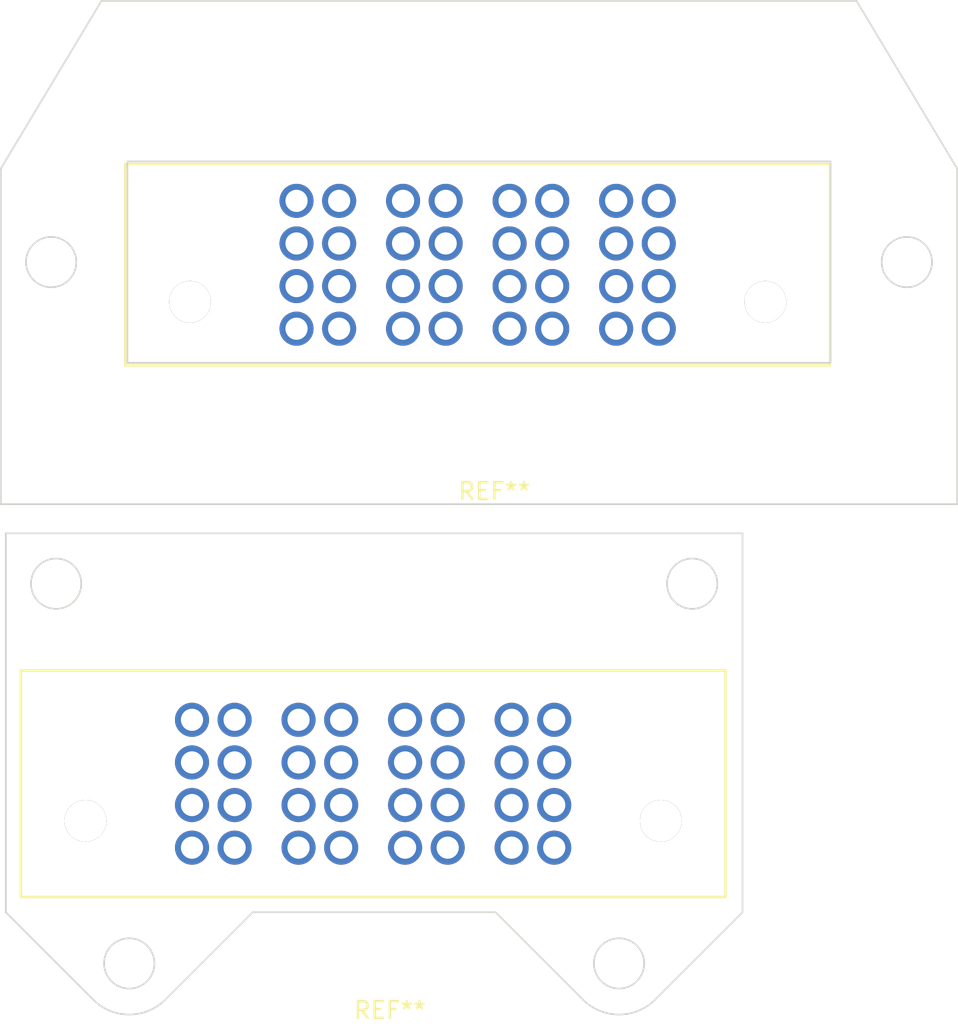
<source format=kicad_pcb>
(kicad_pcb (version 4) (host pcbnew 4.0.7)

  (general
    (links 0)
    (no_connects 0)
    (area 102.471099 66.63942 159.571101 127.157057)
    (thickness 1.6)
    (drawings 58)
    (tracks 0)
    (zones 0)
    (modules 2)
    (nets 1)
  )

  (page A4)
  (layers
    (0 F.Cu signal)
    (31 B.Cu signal)
    (32 B.Adhes user)
    (33 F.Adhes user)
    (34 B.Paste user)
    (35 F.Paste user)
    (36 B.SilkS user)
    (37 F.SilkS user)
    (38 B.Mask user)
    (39 F.Mask user)
    (40 Dwgs.User user)
    (41 Cmts.User user)
    (42 Eco1.User user)
    (43 Eco2.User user)
    (44 Edge.Cuts user)
    (45 Margin user)
    (46 B.CrtYd user)
    (47 F.CrtYd user)
    (48 B.Fab user)
    (49 F.Fab user)
  )

  (setup
    (last_trace_width 0.25)
    (trace_clearance 0.2)
    (zone_clearance 0.508)
    (zone_45_only no)
    (trace_min 0.2)
    (segment_width 0.2)
    (edge_width 0.15)
    (via_size 0.6)
    (via_drill 0.4)
    (via_min_size 0.4)
    (via_min_drill 0.3)
    (uvia_size 0.3)
    (uvia_drill 0.1)
    (uvias_allowed no)
    (uvia_min_size 0.2)
    (uvia_min_drill 0.1)
    (pcb_text_width 0.3)
    (pcb_text_size 1.5 1.5)
    (mod_edge_width 0.15)
    (mod_text_size 1 1)
    (mod_text_width 0.15)
    (pad_size 1.524 1.524)
    (pad_drill 0.762)
    (pad_to_mask_clearance 0.2)
    (aux_axis_origin 0 0)
    (visible_elements 7FFFFFFF)
    (pcbplotparams
      (layerselection 0x00030_80000001)
      (usegerberextensions false)
      (excludeedgelayer true)
      (linewidth 0.100000)
      (plotframeref false)
      (viasonmask false)
      (mode 1)
      (useauxorigin false)
      (hpglpennumber 1)
      (hpglpenspeed 20)
      (hpglpendiameter 15)
      (hpglpenoverlay 2)
      (psnegative false)
      (psa4output false)
      (plotreference true)
      (plotvalue true)
      (plotinvisibletext false)
      (padsonsilk false)
      (subtractmaskfromsilk false)
      (outputformat 1)
      (mirror false)
      (drillshape 1)
      (scaleselection 1)
      (outputdirectory ""))
  )

  (net 0 "")

  (net_class Default "This is the default net class."
    (clearance 0.2)
    (trace_width 0.25)
    (via_dia 0.6)
    (via_drill 0.4)
    (uvia_dia 0.3)
    (uvia_drill 0.1)
  )

  (module Custom:PES-04-01-S-VT (layer F.Cu) (tedit 5AC937D9) (tstamp 5AC93BAD)
    (at 124.71 113.35)
    (fp_text reference REF** (at 1 13.5) (layer F.SilkS)
      (effects (font (size 1 1) (thickness 0.15)))
    )
    (fp_text value PES-04-01-S-VT (at 1 12.5) (layer F.Fab)
      (effects (font (size 1 1) (thickness 0.15)))
    )
    (fp_line (start -21 -6.75) (end 21 -6.75) (layer F.SilkS) (width 0.15))
    (fp_line (start 21 -6.75) (end 21 6.75) (layer F.SilkS) (width 0.15))
    (fp_line (start 21 6.75) (end -21 6.75) (layer F.SilkS) (width 0.15))
    (fp_line (start -21 6.75) (end -21 -6.75) (layer F.SilkS) (width 0.15))
    (pad 3 thru_hole circle (at -17.145 2.2098) (size 2.4892 2.4892) (drill 2.4892) (layers *.Cu *.Mask))
    (pad 2 thru_hole circle (at 8.255 -3.81) (size 2.032 2.032) (drill 1.3208) (layers *.Cu *.Mask))
    (pad 2 thru_hole circle (at 10.795 -3.81) (size 2.032 2.032) (drill 1.3208) (layers *.Cu *.Mask))
    (pad 2 thru_hole circle (at 8.255 -1.27) (size 2.032 2.032) (drill 1.3208) (layers *.Cu *.Mask))
    (pad 2 thru_hole circle (at 10.795 -1.27) (size 2.032 2.032) (drill 1.3208) (layers *.Cu *.Mask))
    (pad 2 thru_hole circle (at 8.255 1.27) (size 2.032 2.032) (drill 1.3208) (layers *.Cu *.Mask))
    (pad 2 thru_hole circle (at 10.795 1.27) (size 2.032 2.032) (drill 1.3208) (layers *.Cu *.Mask))
    (pad 2 thru_hole circle (at 8.255 3.81) (size 2.032 2.032) (drill 1.3208) (layers *.Cu *.Mask))
    (pad 2 thru_hole circle (at 10.795 3.81) (size 2.032 2.032) (drill 1.3208) (layers *.Cu *.Mask))
    (pad 2 thru_hole circle (at 4.445 3.81) (size 2.032 2.032) (drill 1.3208) (layers *.Cu *.Mask))
    (pad 2 thru_hole circle (at 1.905 3.81) (size 2.032 2.032) (drill 1.3208) (layers *.Cu *.Mask))
    (pad 2 thru_hole circle (at 4.445 1.27) (size 2.032 2.032) (drill 1.3208) (layers *.Cu *.Mask))
    (pad 2 thru_hole circle (at 1.905 1.27) (size 2.032 2.032) (drill 1.3208) (layers *.Cu *.Mask))
    (pad 2 thru_hole circle (at 4.445 -1.27) (size 2.032 2.032) (drill 1.3208) (layers *.Cu *.Mask))
    (pad 2 thru_hole circle (at 1.905 -1.27) (size 2.032 2.032) (drill 1.3208) (layers *.Cu *.Mask))
    (pad 2 thru_hole circle (at 4.445 -3.81) (size 2.032 2.032) (drill 1.3208) (layers *.Cu *.Mask))
    (pad 2 thru_hole circle (at 1.905 -3.81) (size 2.032 2.032) (drill 1.3208) (layers *.Cu *.Mask))
    (pad 1 thru_hole circle (at -4.445 -3.81) (size 2.032 2.032) (drill 1.3208) (layers *.Cu *.Mask))
    (pad 1 thru_hole circle (at -1.905 -3.81) (size 2.032 2.032) (drill 1.3208) (layers *.Cu *.Mask))
    (pad 1 thru_hole circle (at -4.445 -1.27) (size 2.032 2.032) (drill 1.3208) (layers *.Cu *.Mask))
    (pad 1 thru_hole circle (at -1.905 -1.27) (size 2.032 2.032) (drill 1.3208) (layers *.Cu *.Mask))
    (pad 1 thru_hole circle (at -4.445 1.27) (size 2.032 2.032) (drill 1.3208) (layers *.Cu *.Mask))
    (pad 1 thru_hole circle (at -1.905 1.27) (size 2.032 2.032) (drill 1.3208) (layers *.Cu *.Mask))
    (pad 1 thru_hole circle (at -4.445 3.81) (size 2.032 2.032) (drill 1.3208) (layers *.Cu *.Mask))
    (pad 1 thru_hole circle (at -1.905 3.81) (size 2.032 2.032) (drill 1.3208) (layers *.Cu *.Mask))
    (pad 1 thru_hole circle (at -8.255 3.81) (size 2.032 2.032) (drill 1.3208) (layers *.Cu *.Mask))
    (pad 1 thru_hole circle (at -10.795 3.81) (size 2.032 2.032) (drill 1.3208) (layers *.Cu *.Mask))
    (pad 1 thru_hole circle (at -8.255 1.27) (size 2.032 2.032) (drill 1.3208) (layers *.Cu *.Mask))
    (pad 1 thru_hole circle (at -10.795 1.27) (size 2.032 2.032) (drill 1.3208) (layers *.Cu *.Mask))
    (pad 1 thru_hole circle (at -8.255 -1.27) (size 2.032 2.032) (drill 1.3208) (layers *.Cu *.Mask))
    (pad 1 thru_hole circle (at -10.795 -1.27) (size 2.032 2.032) (drill 1.3208) (layers *.Cu *.Mask))
    (pad 1 thru_hole circle (at -8.255 -3.81) (size 2.032 2.032) (drill 1.3208) (layers *.Cu *.Mask))
    (pad 1 thru_hole circle (at -10.795 -3.81) (size 2.032 2.032) (drill 1.3208) (layers *.Cu *.Mask))
    (pad 4 thru_hole circle (at 17.145 2.2098) (size 2.4892 2.4892) (drill 2.4892) (layers *.Cu *.Mask))
  )

  (module Custom:PES-04-01-S-VT (layer F.Cu) (tedit 5AC93DE7) (tstamp 5AC93F52)
    (at 130.94 82.42)
    (fp_text reference REF** (at 1 13.5) (layer F.SilkS)
      (effects (font (size 1 1) (thickness 0.15)))
    )
    (fp_text value PES-04-01-S-VT (at 1 12.5) (layer F.Fab)
      (effects (font (size 1 1) (thickness 0.15)))
    )
    (fp_line (start -21 -6) (end 21 -6) (layer F.SilkS) (width 0.15))
    (fp_line (start 21 -6) (end 21 6) (layer F.SilkS) (width 0.15))
    (fp_line (start 21 6) (end -21 6) (layer F.SilkS) (width 0.15))
    (fp_line (start -21 6) (end -21 -6) (layer F.SilkS) (width 0.15))
    (pad 3 thru_hole circle (at -17.145 2.2098) (size 2.4892 2.4892) (drill 2.4892) (layers *.Cu *.Mask))
    (pad 2 thru_hole circle (at 8.255 -3.81) (size 2.032 2.032) (drill 1.3208) (layers *.Cu *.Mask))
    (pad 2 thru_hole circle (at 10.795 -3.81) (size 2.032 2.032) (drill 1.3208) (layers *.Cu *.Mask))
    (pad 2 thru_hole circle (at 8.255 -1.27) (size 2.032 2.032) (drill 1.3208) (layers *.Cu *.Mask))
    (pad 2 thru_hole circle (at 10.795 -1.27) (size 2.032 2.032) (drill 1.3208) (layers *.Cu *.Mask))
    (pad 2 thru_hole circle (at 8.255 1.27) (size 2.032 2.032) (drill 1.3208) (layers *.Cu *.Mask))
    (pad 2 thru_hole circle (at 10.795 1.27) (size 2.032 2.032) (drill 1.3208) (layers *.Cu *.Mask))
    (pad 2 thru_hole circle (at 8.255 3.81) (size 2.032 2.032) (drill 1.3208) (layers *.Cu *.Mask))
    (pad 2 thru_hole circle (at 10.795 3.81) (size 2.032 2.032) (drill 1.3208) (layers *.Cu *.Mask))
    (pad 2 thru_hole circle (at 4.445 3.81) (size 2.032 2.032) (drill 1.3208) (layers *.Cu *.Mask))
    (pad 2 thru_hole circle (at 1.905 3.81) (size 2.032 2.032) (drill 1.3208) (layers *.Cu *.Mask))
    (pad 2 thru_hole circle (at 4.445 1.27) (size 2.032 2.032) (drill 1.3208) (layers *.Cu *.Mask))
    (pad 2 thru_hole circle (at 1.905 1.27) (size 2.032 2.032) (drill 1.3208) (layers *.Cu *.Mask))
    (pad 2 thru_hole circle (at 4.445 -1.27) (size 2.032 2.032) (drill 1.3208) (layers *.Cu *.Mask))
    (pad 2 thru_hole circle (at 1.905 -1.27) (size 2.032 2.032) (drill 1.3208) (layers *.Cu *.Mask))
    (pad 2 thru_hole circle (at 4.445 -3.81) (size 2.032 2.032) (drill 1.3208) (layers *.Cu *.Mask))
    (pad 2 thru_hole circle (at 1.905 -3.81) (size 2.032 2.032) (drill 1.3208) (layers *.Cu *.Mask))
    (pad 1 thru_hole circle (at -4.445 -3.81) (size 2.032 2.032) (drill 1.3208) (layers *.Cu *.Mask))
    (pad 1 thru_hole circle (at -1.905 -3.81) (size 2.032 2.032) (drill 1.3208) (layers *.Cu *.Mask))
    (pad 1 thru_hole circle (at -4.445 -1.27) (size 2.032 2.032) (drill 1.3208) (layers *.Cu *.Mask))
    (pad 1 thru_hole circle (at -1.905 -1.27) (size 2.032 2.032) (drill 1.3208) (layers *.Cu *.Mask))
    (pad 1 thru_hole circle (at -4.445 1.27) (size 2.032 2.032) (drill 1.3208) (layers *.Cu *.Mask))
    (pad 1 thru_hole circle (at -1.905 1.27) (size 2.032 2.032) (drill 1.3208) (layers *.Cu *.Mask))
    (pad 1 thru_hole circle (at -4.445 3.81) (size 2.032 2.032) (drill 1.3208) (layers *.Cu *.Mask))
    (pad 1 thru_hole circle (at -1.905 3.81) (size 2.032 2.032) (drill 1.3208) (layers *.Cu *.Mask))
    (pad 1 thru_hole circle (at -8.255 3.81) (size 2.032 2.032) (drill 1.3208) (layers *.Cu *.Mask))
    (pad 1 thru_hole circle (at -10.795 3.81) (size 2.032 2.032) (drill 1.3208) (layers *.Cu *.Mask))
    (pad 1 thru_hole circle (at -8.255 1.27) (size 2.032 2.032) (drill 1.3208) (layers *.Cu *.Mask))
    (pad 1 thru_hole circle (at -10.795 1.27) (size 2.032 2.032) (drill 1.3208) (layers *.Cu *.Mask))
    (pad 1 thru_hole circle (at -8.255 -1.27) (size 2.032 2.032) (drill 1.3208) (layers *.Cu *.Mask))
    (pad 1 thru_hole circle (at -10.795 -1.27) (size 2.032 2.032) (drill 1.3208) (layers *.Cu *.Mask))
    (pad 1 thru_hole circle (at -8.255 -3.81) (size 2.032 2.032) (drill 1.3208) (layers *.Cu *.Mask))
    (pad 1 thru_hole circle (at -10.795 -3.81) (size 2.032 2.032) (drill 1.3208) (layers *.Cu *.Mask))
    (pad 4 thru_hole circle (at 17.145 2.2098) (size 2.4892 2.4892) (drill 2.4892) (layers *.Cu *.Mask))
  )

  (gr_line (start 151.9761 76.261151) (end 151.9761 88.261151) (layer Edge.Cuts) (width 0.1))
  (gr_line (start 110.0661 76.261151) (end 151.9761 76.261151) (layer Edge.Cuts) (width 0.1))
  (gr_line (start 110.0661 88.261151) (end 110.0661 76.261151) (layer Edge.Cuts) (width 0.1))
  (gr_line (start 151.9761 88.261151) (end 110.0661 88.261151) (layer Edge.Cuts) (width 0.1))
  (gr_line (start 108.5211 66.689421) (end 102.5211 76.689421) (layer Edge.Cuts) (width 0.1))
  (gr_line (start 153.5211 66.689421) (end 108.5211 66.689421) (layer Edge.Cuts) (width 0.1))
  (gr_line (start 159.5211 76.689421) (end 153.5211 66.689421) (layer Edge.Cuts) (width 0.1))
  (gr_line (start 159.5211 96.689421) (end 159.5211 76.689421) (layer Edge.Cuts) (width 0.1))
  (gr_line (start 102.5211 96.689421) (end 159.5211 96.689421) (layer Edge.Cuts) (width 0.1))
  (gr_line (start 102.5211 76.689421) (end 102.5211 96.689421) (layer Edge.Cuts) (width 0.1))
  (gr_circle (center 105.5211 82.261151) (end 107.0211 82.261151) (layer Edge.Cuts) (width 0.1))
  (gr_circle (center 156.5211 82.261151) (end 158.0211 82.261151) (layer Edge.Cuts) (width 0.1))
  (gr_circle (center 139.367577 124.059055) (end 140.867577 124.059055) (layer Edge.Cuts) (width 0.1))
  (gr_circle (center 110.174623 124.059055) (end 111.674623 124.059055) (layer Edge.Cuts) (width 0.1))
  (gr_circle (center 143.7261 101.427779) (end 145.2261 101.427779) (layer Edge.Cuts) (width 0.1))
  (gr_circle (center 105.8161 101.427779) (end 107.3161 101.427779) (layer Edge.Cuts) (width 0.1))
  (gr_line (start 117.533146 121.011055) (end 112.329884 126.214317) (layer Edge.Cuts) (width 0.1))
  (gr_arc (start 110.174623 124.059055) (end 108.019361 126.214317) (angle -90) (layer Edge.Cuts) (width 0.1))
  (gr_line (start 108.019361 126.214317) (end 102.8161 121.011055) (layer Edge.Cuts) (width 0.1))
  (gr_line (start 102.8161 121.011055) (end 102.8161 98.427779) (layer Edge.Cuts) (width 0.1))
  (gr_line (start 102.8161 98.427779) (end 146.7261 98.427779) (layer Edge.Cuts) (width 0.1))
  (gr_line (start 146.7261 121.011055) (end 146.7261 98.427779) (layer Edge.Cuts) (width 0.1))
  (gr_line (start 146.7261 121.011055) (end 141.522839 126.214317) (layer Edge.Cuts) (width 0.1))
  (gr_arc (start 139.367577 124.059055) (end 137.212316 126.214317) (angle -90) (layer Edge.Cuts) (width 0.1))
  (gr_line (start 137.212316 126.214317) (end 132.009054 121.011055) (layer Edge.Cuts) (width 0.1))
  (gr_line (start 132.009054 121.011055) (end 117.533146 121.011055) (layer Edge.Cuts) (width 0.1))
  (gr_circle (center 139.297577 124.069055) (end 140.797577 124.069055) (layer Dwgs.User) (width 0.1))
  (gr_circle (center 110.104623 124.069055) (end 111.604623 124.069055) (layer Dwgs.User) (width 0.1))
  (gr_circle (center 143.6561 101.437779) (end 145.1561 101.437779) (layer Dwgs.User) (width 0.1))
  (gr_circle (center 105.7461 101.437779) (end 107.2461 101.437779) (layer Dwgs.User) (width 0.1))
  (gr_line (start 117.463146 121.021055) (end 112.259884 126.224317) (layer Dwgs.User) (width 0.1))
  (gr_arc (start 110.104623 124.069055) (end 107.949361 126.224317) (angle -90) (layer Dwgs.User) (width 0.1))
  (gr_line (start 107.949361 126.224317) (end 102.7461 121.021055) (layer Dwgs.User) (width 0.1))
  (gr_line (start 102.7461 121.021055) (end 102.7461 98.437779) (layer Dwgs.User) (width 0.1))
  (gr_line (start 102.7461 98.437779) (end 146.6561 98.437779) (layer Dwgs.User) (width 0.1))
  (gr_line (start 146.6561 121.021055) (end 146.6561 98.437779) (layer Dwgs.User) (width 0.1))
  (gr_line (start 146.6561 121.021055) (end 141.452839 126.224317) (layer Dwgs.User) (width 0.1))
  (gr_arc (start 139.297577 124.069055) (end 137.142316 126.224317) (angle -90) (layer Dwgs.User) (width 0.1))
  (gr_line (start 137.142316 126.224317) (end 131.939054 121.021055) (layer Dwgs.User) (width 0.1))
  (gr_line (start 131.939054 121.021055) (end 117.463146 121.021055) (layer Dwgs.User) (width 0.1))
  (gr_circle (center 110.147423 124.156855) (end 108.647423 124.156855) (layer Dwgs.User) (width 0.1))
  (gr_circle (center 139.340377 124.156855) (end 137.840377 124.156855) (layer Dwgs.User) (width 0.1))
  (gr_circle (center 105.7889 101.525579) (end 104.2889 101.525579) (layer Dwgs.User) (width 0.1))
  (gr_line (start 146.6989 98.525579) (end 102.7889 98.525579) (layer Dwgs.User) (width 0.1))
  (gr_line (start 146.6989 121.108855) (end 146.6989 98.525579) (layer Dwgs.User) (width 0.1))
  (gr_line (start 146.6989 121.108855) (end 141.495639 126.312117) (layer Dwgs.User) (width 0.1))
  (gr_arc (start 139.340377 124.156855) (end 137.185116 126.312117) (angle -90) (layer Dwgs.User) (width 0.1))
  (gr_line (start 137.185116 126.312117) (end 131.981854 121.108855) (layer Dwgs.User) (width 0.1))
  (gr_line (start 117.505946 121.108855) (end 131.981854 121.108855) (layer Dwgs.User) (width 0.1))
  (gr_line (start 117.505946 121.108855) (end 112.302684 126.312117) (layer Dwgs.User) (width 0.1))
  (gr_arc (start 110.147423 124.156855) (end 107.992161 126.312117) (angle -90) (layer Dwgs.User) (width 0.1))
  (gr_line (start 107.992161 126.312117) (end 102.7889 121.108855) (layer Dwgs.User) (width 0.1))
  (gr_line (start 102.7889 121.108855) (end 102.7889 98.525579) (layer Dwgs.User) (width 0.1))
  (gr_circle (center 143.6989 101.525579) (end 142.1989 101.525579) (layer Dwgs.User) (width 0.1))
  (gr_line (start 145.6989 106.608855) (end 103.7889 106.608855) (layer Dwgs.User) (width 0.1))
  (gr_line (start 103.7889 106.608855) (end 103.7889 120.108855) (layer Dwgs.User) (width 0.1))
  (gr_line (start 103.7889 120.108855) (end 145.6989 120.108855) (layer Dwgs.User) (width 0.1))
  (gr_line (start 145.6989 120.108855) (end 145.6989 106.608855) (layer Dwgs.User) (width 0.1))

)

</source>
